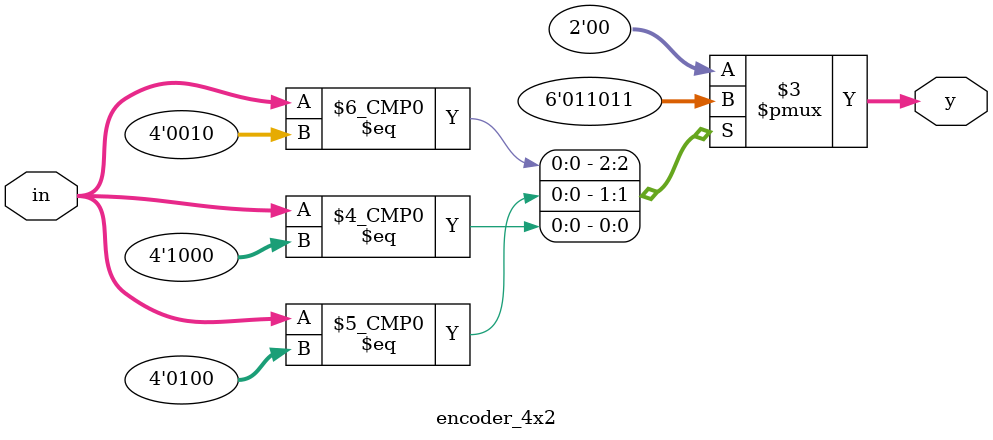
<source format=v>
module encoder_4x2 (
  input  [3:0] in,
  output reg [1:0] y
);

  always @(*) begin
    case (in)
      4'b0001: y = 2'b00;
      4'b0010: y = 2'b01;
      4'b0100: y = 2'b10;
      4'b1000: y = 2'b11;
      default: y = 2'b00; 
    endcase
  end

endmodule

</source>
